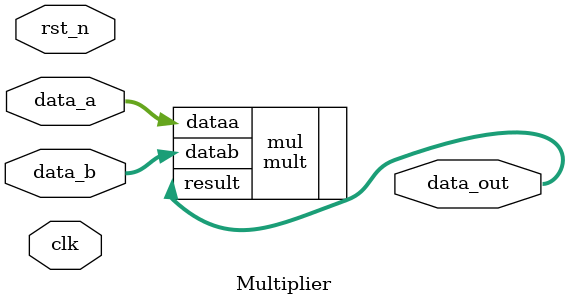
<source format=v>
module Multiplier
#(
    parameter Width = 16
)
(
    input                   clk         ,
    input                   rst_n       ,
    input   [Width-1:0]     data_a      ,
    input   [Width-1:0]     data_b      ,
    output  [(Width<<1)-1:0]data_out
);

mult mul (
  // .CLK    (clk      ),    // input wire CLK
  .dataa      (data_a   ),        // input wire [15 : 0] A
  .datab      (data_b   ),        // input wire [15 : 0] B
  .result      (data_out )        // output wire [31 : 0] P
);

endmodule

</source>
